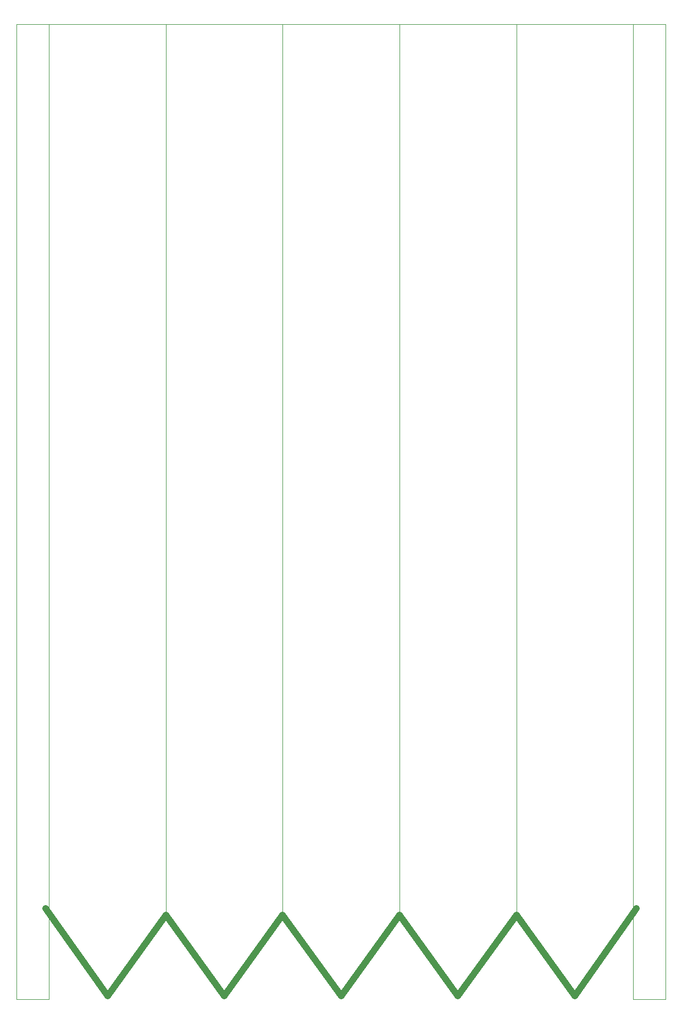
<source format=gbr>
G04 #@! TF.FileFunction,Profile,NP*
%FSLAX46Y46*%
G04 Gerber Fmt 4.6, Leading zero omitted, Abs format (unit mm)*
G04 Created by KiCad (PCBNEW 0.201510251816+6278~30~ubuntu14.04.1-product) date Mon 26 Oct 2015 05:58:35 PM EET*
%MOMM*%
G01*
G04 APERTURE LIST*
%ADD10C,0.100000*%
%ADD11C,1.000000*%
G04 APERTURE END LIST*
D10*
X121000000Y-22000000D02*
X121000000Y-158500000D01*
X175000000Y-172000000D02*
X175000000Y-22000000D01*
X80000000Y-172000000D02*
X85000000Y-172000000D01*
X80000000Y-22000000D02*
X80000000Y-172000000D01*
X85000000Y-22000000D02*
X80000000Y-22000000D01*
X180000000Y-22000000D02*
X175000000Y-22000000D01*
X180000000Y-172000000D02*
X180000000Y-22000000D01*
X175000000Y-172000000D02*
X180000000Y-172000000D01*
D11*
X112000000Y-171500000D02*
X103000000Y-159000000D01*
X121000000Y-159000000D02*
X112000000Y-171500000D01*
X130000000Y-171500000D02*
X121000000Y-159000000D01*
X139000000Y-159000000D02*
X130000000Y-171500000D01*
X148000000Y-171500000D02*
X139000000Y-159000000D01*
X157000000Y-159000000D02*
X148000000Y-171500000D01*
X166000000Y-171500000D02*
X157000000Y-159000000D01*
X166000000Y-171500000D02*
X175500000Y-158000000D01*
D10*
X139000000Y-22000000D02*
X139000000Y-158500000D01*
X80000000Y-172000000D02*
X85000000Y-172000000D01*
X80000000Y-22000000D02*
X80000000Y-172000000D01*
X85000000Y-22000000D02*
X80000000Y-22000000D01*
X180000000Y-22000000D02*
X175000000Y-22000000D01*
X180000000Y-172000000D02*
X180000000Y-22000000D01*
X175000000Y-172000000D02*
X180000000Y-172000000D01*
D11*
X94000000Y-171500000D02*
X84500000Y-158000000D01*
X103000000Y-159000000D02*
X94000000Y-171500000D01*
X112000000Y-171500000D02*
X103000000Y-159000000D01*
X121000000Y-159000000D02*
X112000000Y-171500000D01*
X130000000Y-171500000D02*
X121000000Y-159000000D01*
X139000000Y-159000000D02*
X130000000Y-171500000D01*
X148000000Y-171500000D02*
X139000000Y-159000000D01*
X157000000Y-159000000D02*
X148000000Y-171500000D01*
X166000000Y-171500000D02*
X157000000Y-159000000D01*
X166000000Y-171500000D02*
X175500000Y-158000000D01*
D10*
X85000000Y-22000000D02*
X85000000Y-172000000D01*
X157000000Y-22000000D02*
X139000000Y-22000000D01*
X175000000Y-22000000D02*
X157000000Y-22000000D01*
X157000000Y-22000000D02*
X139000000Y-22000000D01*
X121000000Y-22000000D02*
X103000000Y-22000000D01*
X94000000Y-171000000D02*
X85000000Y-158000000D01*
X85000000Y-22000000D02*
X85000000Y-158000000D01*
X103000000Y-22000000D02*
X85000000Y-22000000D01*
X103000000Y-158750000D02*
X103000000Y-22000000D01*
X103000000Y-22000000D02*
X103000000Y-158000000D01*
X121000000Y-22000000D02*
X103000000Y-22000000D01*
X139000000Y-22000000D02*
X121000000Y-22000000D01*
X157000000Y-22000000D02*
X139000000Y-22000000D01*
X157000000Y-158500000D02*
X157000000Y-22000000D01*
X166000000Y-171000000D02*
X175000000Y-158000000D01*
X175000000Y-22000000D02*
X157000000Y-22000000D01*
M02*

</source>
